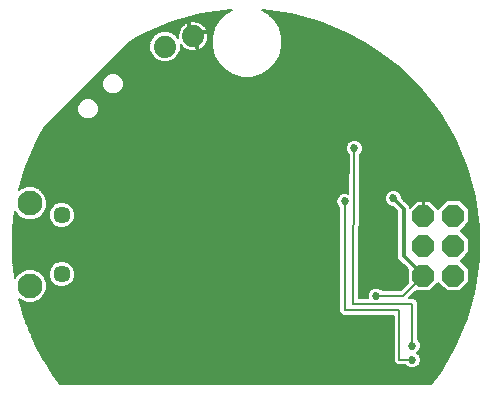
<source format=gbl>
G75*
%MOIN*%
%OFA0B0*%
%FSLAX25Y25*%
%IPPOS*%
%LPD*%
%AMOC8*
5,1,8,0,0,1.08239X$1,22.5*
%
%ADD10C,0.07400*%
%ADD11C,0.05709*%
%ADD12C,0.08268*%
%ADD13OC8,0.07400*%
%ADD14C,0.00600*%
%ADD15C,0.02700*%
%ADD16C,0.01200*%
%ADD17C,0.00800*%
D10*
X0057095Y0161306D03*
X0066486Y0164742D03*
D11*
X0022730Y0105144D03*
X0022730Y0085459D03*
D12*
X0012141Y0081524D03*
X0012095Y0109096D03*
D13*
X0143261Y0104976D03*
X0143261Y0094976D03*
X0143261Y0084976D03*
X0153261Y0084976D03*
X0153261Y0094976D03*
X0153261Y0104976D03*
D14*
X0022227Y0048932D02*
X0019458Y0052444D01*
X0014286Y0061193D01*
X0010328Y0070553D01*
X0008522Y0077176D01*
X0008950Y0076748D01*
X0011020Y0075890D01*
X0013262Y0075890D01*
X0015332Y0076748D01*
X0016917Y0078333D01*
X0017775Y0080404D01*
X0017775Y0082645D01*
X0016917Y0084716D01*
X0015332Y0086300D01*
X0013262Y0087158D01*
X0011020Y0087158D01*
X0008950Y0086300D01*
X0007365Y0084716D01*
X0007145Y0084184D01*
X0006312Y0090432D01*
X0006326Y0100594D01*
X0007115Y0106396D01*
X0007319Y0105904D01*
X0008904Y0104319D01*
X0010974Y0103462D01*
X0013216Y0103462D01*
X0015286Y0104319D01*
X0016871Y0105904D01*
X0017729Y0107975D01*
X0017729Y0110216D01*
X0016871Y0112287D01*
X0015286Y0113872D01*
X0013216Y0114729D01*
X0010974Y0114729D01*
X0008904Y0113872D01*
X0008457Y0113424D01*
X0010396Y0120462D01*
X0014380Y0129811D01*
X0016725Y0134072D01*
X0045860Y0163207D01*
X0050071Y0165547D01*
X0059316Y0169519D01*
X0069012Y0172208D01*
X0078982Y0173565D01*
X0079499Y0173565D01*
X0077174Y0172223D01*
X0074977Y0170026D01*
X0073424Y0167335D01*
X0072620Y0164334D01*
X0072620Y0161227D01*
X0073424Y0158226D01*
X0074977Y0155535D01*
X0077174Y0153338D01*
X0079865Y0151784D01*
X0082866Y0150980D01*
X0085973Y0150980D01*
X0088974Y0151784D01*
X0091665Y0153338D01*
X0093862Y0155535D01*
X0095415Y0158226D01*
X0096220Y0161227D01*
X0096220Y0164334D01*
X0095415Y0167335D01*
X0093862Y0170026D01*
X0091665Y0172223D01*
X0089431Y0173512D01*
X0099014Y0172208D01*
X0108710Y0169519D01*
X0117955Y0165547D01*
X0121691Y0163471D01*
X0121692Y0163468D01*
X0122385Y0163084D01*
X0123064Y0162676D01*
X0123067Y0162677D01*
X0126798Y0160444D01*
X0134992Y0154352D01*
X0142305Y0147228D01*
X0148609Y0139196D01*
X0153791Y0130399D01*
X0157760Y0120991D01*
X0160445Y0111141D01*
X0161800Y0101021D01*
X0161800Y0090811D01*
X0160445Y0080691D01*
X0157760Y0070840D01*
X0153791Y0061433D01*
X0148609Y0052636D01*
X0145744Y0048986D01*
X0022227Y0048932D01*
X0022225Y0048935D02*
X0028674Y0048935D01*
X0021753Y0049534D02*
X0146174Y0049534D01*
X0146644Y0050132D02*
X0021281Y0050132D01*
X0020809Y0050731D02*
X0147114Y0050731D01*
X0147583Y0051329D02*
X0020337Y0051329D01*
X0019865Y0051928D02*
X0148053Y0051928D01*
X0148523Y0052526D02*
X0019409Y0052526D01*
X0019056Y0053125D02*
X0148897Y0053125D01*
X0149249Y0053723D02*
X0018702Y0053723D01*
X0018348Y0054322D02*
X0138397Y0054322D01*
X0137910Y0054524D02*
X0138958Y0054090D01*
X0140092Y0054090D01*
X0141139Y0054524D01*
X0141941Y0055325D01*
X0142375Y0056373D01*
X0142375Y0057507D01*
X0141941Y0058554D01*
X0141193Y0059302D01*
X0141941Y0060050D01*
X0142375Y0061097D01*
X0142375Y0062231D01*
X0141941Y0063278D01*
X0141425Y0063795D01*
X0141425Y0076231D01*
X0140312Y0077344D01*
X0138316Y0077344D01*
X0140928Y0079956D01*
X0141107Y0079776D01*
X0145415Y0079776D01*
X0148261Y0082622D01*
X0151107Y0079776D01*
X0155415Y0079776D01*
X0158461Y0082822D01*
X0158461Y0087130D01*
X0155615Y0089976D01*
X0158461Y0092822D01*
X0158461Y0097130D01*
X0155615Y0099976D01*
X0158461Y0102822D01*
X0158461Y0107130D01*
X0155415Y0110176D01*
X0151107Y0110176D01*
X0148120Y0107189D01*
X0145332Y0109976D01*
X0143561Y0109976D01*
X0143561Y0105276D01*
X0142961Y0105276D01*
X0142961Y0109976D01*
X0141190Y0109976D01*
X0138771Y0107557D01*
X0138771Y0108105D01*
X0137540Y0109335D01*
X0136076Y0110800D01*
X0136076Y0111247D01*
X0135642Y0112294D01*
X0134840Y0113096D01*
X0133793Y0113530D01*
X0132659Y0113530D01*
X0131611Y0113096D01*
X0130810Y0112294D01*
X0130376Y0111247D01*
X0130376Y0110113D01*
X0130810Y0109065D01*
X0131611Y0108264D01*
X0132659Y0107830D01*
X0133106Y0107830D01*
X0134571Y0106365D01*
X0134571Y0090617D01*
X0138061Y0087126D01*
X0138061Y0082822D01*
X0138241Y0082643D01*
X0135626Y0080028D01*
X0129646Y0080028D01*
X0129130Y0080544D01*
X0128082Y0080978D01*
X0126948Y0080978D01*
X0125901Y0080544D01*
X0125099Y0079742D01*
X0124665Y0078694D01*
X0124665Y0077561D01*
X0124755Y0077344D01*
X0121754Y0077344D01*
X0122117Y0125265D01*
X0122650Y0125798D01*
X0123084Y0126845D01*
X0123084Y0127979D01*
X0122650Y0129026D01*
X0121848Y0129828D01*
X0120800Y0130262D01*
X0119667Y0130262D01*
X0118619Y0129828D01*
X0117817Y0129026D01*
X0117384Y0127979D01*
X0117384Y0126845D01*
X0117817Y0125798D01*
X0118317Y0125298D01*
X0118219Y0112310D01*
X0117651Y0112546D01*
X0116517Y0112546D01*
X0115470Y0112112D01*
X0114668Y0111310D01*
X0114234Y0110262D01*
X0114234Y0109129D01*
X0114668Y0108081D01*
X0115184Y0107565D01*
X0115184Y0072688D01*
X0116297Y0071575D01*
X0133294Y0071575D01*
X0133294Y0056153D01*
X0134407Y0055040D01*
X0137394Y0055040D01*
X0137910Y0054524D01*
X0137514Y0054920D02*
X0017994Y0054920D01*
X0017641Y0055519D02*
X0133928Y0055519D01*
X0133329Y0056117D02*
X0017287Y0056117D01*
X0016933Y0056716D02*
X0133294Y0056716D01*
X0133294Y0057314D02*
X0016579Y0057314D01*
X0016225Y0057913D02*
X0133294Y0057913D01*
X0133294Y0058511D02*
X0015872Y0058511D01*
X0015518Y0059110D02*
X0133294Y0059110D01*
X0133294Y0059708D02*
X0015164Y0059708D01*
X0014810Y0060307D02*
X0133294Y0060307D01*
X0133294Y0060905D02*
X0014456Y0060905D01*
X0014155Y0061504D02*
X0133294Y0061504D01*
X0133294Y0062102D02*
X0013902Y0062102D01*
X0013649Y0062701D02*
X0133294Y0062701D01*
X0133294Y0063300D02*
X0013396Y0063300D01*
X0013143Y0063898D02*
X0133294Y0063898D01*
X0133294Y0064497D02*
X0012889Y0064497D01*
X0012636Y0065095D02*
X0133294Y0065095D01*
X0133294Y0065694D02*
X0012383Y0065694D01*
X0012130Y0066292D02*
X0133294Y0066292D01*
X0133294Y0066891D02*
X0011877Y0066891D01*
X0011624Y0067489D02*
X0133294Y0067489D01*
X0133294Y0068088D02*
X0011371Y0068088D01*
X0011118Y0068686D02*
X0133294Y0068686D01*
X0133294Y0069285D02*
X0010865Y0069285D01*
X0010612Y0069883D02*
X0133294Y0069883D01*
X0133294Y0070482D02*
X0010359Y0070482D01*
X0010185Y0071080D02*
X0133294Y0071080D01*
X0141425Y0071080D02*
X0157825Y0071080D01*
X0157988Y0071679D02*
X0141425Y0071679D01*
X0141425Y0072277D02*
X0158152Y0072277D01*
X0158315Y0072876D02*
X0141425Y0072876D01*
X0141425Y0073474D02*
X0158478Y0073474D01*
X0158641Y0074073D02*
X0141425Y0074073D01*
X0141425Y0074671D02*
X0158804Y0074671D01*
X0158967Y0075270D02*
X0141425Y0075270D01*
X0141425Y0075868D02*
X0159131Y0075868D01*
X0159294Y0076467D02*
X0141189Y0076467D01*
X0140590Y0077065D02*
X0159457Y0077065D01*
X0159620Y0077664D02*
X0138636Y0077664D01*
X0139234Y0078262D02*
X0159783Y0078262D01*
X0159946Y0078861D02*
X0139833Y0078861D01*
X0140431Y0079459D02*
X0160110Y0079459D01*
X0160273Y0080058D02*
X0155697Y0080058D01*
X0156295Y0080656D02*
X0160436Y0080656D01*
X0160521Y0081255D02*
X0156894Y0081255D01*
X0157492Y0081853D02*
X0160601Y0081853D01*
X0160681Y0082452D02*
X0158091Y0082452D01*
X0158461Y0083050D02*
X0160761Y0083050D01*
X0160841Y0083649D02*
X0158461Y0083649D01*
X0158461Y0084247D02*
X0160922Y0084247D01*
X0161002Y0084846D02*
X0158461Y0084846D01*
X0158461Y0085444D02*
X0161082Y0085444D01*
X0161162Y0086043D02*
X0158461Y0086043D01*
X0158461Y0086641D02*
X0161242Y0086641D01*
X0161322Y0087240D02*
X0158352Y0087240D01*
X0157753Y0087838D02*
X0161402Y0087838D01*
X0161482Y0088437D02*
X0157155Y0088437D01*
X0156556Y0089036D02*
X0161563Y0089036D01*
X0161643Y0089634D02*
X0155958Y0089634D01*
X0155871Y0090233D02*
X0161723Y0090233D01*
X0161800Y0090831D02*
X0156470Y0090831D01*
X0157069Y0091430D02*
X0161800Y0091430D01*
X0161800Y0092028D02*
X0157667Y0092028D01*
X0158266Y0092627D02*
X0161800Y0092627D01*
X0161800Y0093225D02*
X0158461Y0093225D01*
X0158461Y0093824D02*
X0161800Y0093824D01*
X0161800Y0094422D02*
X0158461Y0094422D01*
X0158461Y0095021D02*
X0161800Y0095021D01*
X0161800Y0095619D02*
X0158461Y0095619D01*
X0158461Y0096218D02*
X0161800Y0096218D01*
X0161800Y0096816D02*
X0158461Y0096816D01*
X0158177Y0097415D02*
X0161800Y0097415D01*
X0161800Y0098013D02*
X0157578Y0098013D01*
X0156980Y0098612D02*
X0161800Y0098612D01*
X0161800Y0099210D02*
X0156381Y0099210D01*
X0155783Y0099809D02*
X0161800Y0099809D01*
X0161800Y0100407D02*
X0156046Y0100407D01*
X0156645Y0101006D02*
X0161800Y0101006D01*
X0161722Y0101604D02*
X0157243Y0101604D01*
X0157842Y0102203D02*
X0161642Y0102203D01*
X0161562Y0102801D02*
X0158440Y0102801D01*
X0158461Y0103400D02*
X0161482Y0103400D01*
X0161402Y0103998D02*
X0158461Y0103998D01*
X0158461Y0104597D02*
X0161322Y0104597D01*
X0161241Y0105195D02*
X0158461Y0105195D01*
X0158461Y0105794D02*
X0161161Y0105794D01*
X0161081Y0106392D02*
X0158461Y0106392D01*
X0158461Y0106991D02*
X0161001Y0106991D01*
X0160921Y0107589D02*
X0158002Y0107589D01*
X0157404Y0108188D02*
X0160841Y0108188D01*
X0160761Y0108786D02*
X0156805Y0108786D01*
X0156207Y0109385D02*
X0160681Y0109385D01*
X0160600Y0109983D02*
X0155608Y0109983D01*
X0159945Y0112976D02*
X0134960Y0112976D01*
X0135559Y0112377D02*
X0160108Y0112377D01*
X0160271Y0111779D02*
X0135855Y0111779D01*
X0136076Y0111180D02*
X0160435Y0111180D01*
X0160520Y0110582D02*
X0136293Y0110582D01*
X0136892Y0109983D02*
X0150915Y0109983D01*
X0150316Y0109385D02*
X0145924Y0109385D01*
X0146522Y0108786D02*
X0149718Y0108786D01*
X0149119Y0108188D02*
X0147121Y0108188D01*
X0147719Y0107589D02*
X0148521Y0107589D01*
X0143561Y0107589D02*
X0142961Y0107589D01*
X0142961Y0106991D02*
X0143561Y0106991D01*
X0143561Y0106392D02*
X0142961Y0106392D01*
X0142961Y0105794D02*
X0143561Y0105794D01*
X0143561Y0108188D02*
X0142961Y0108188D01*
X0142961Y0108786D02*
X0143561Y0108786D01*
X0143561Y0109385D02*
X0142961Y0109385D01*
X0140599Y0109385D02*
X0137490Y0109385D01*
X0138089Y0108786D02*
X0140000Y0108786D01*
X0139402Y0108188D02*
X0138687Y0108188D01*
X0138771Y0107589D02*
X0138803Y0107589D01*
X0134543Y0106392D02*
X0121974Y0106392D01*
X0121970Y0105794D02*
X0134571Y0105794D01*
X0134571Y0105195D02*
X0121965Y0105195D01*
X0121961Y0104597D02*
X0134571Y0104597D01*
X0134571Y0103998D02*
X0121956Y0103998D01*
X0121952Y0103400D02*
X0134571Y0103400D01*
X0134571Y0102801D02*
X0121947Y0102801D01*
X0121943Y0102203D02*
X0134571Y0102203D01*
X0134571Y0101604D02*
X0121938Y0101604D01*
X0121934Y0101006D02*
X0134571Y0101006D01*
X0134571Y0100407D02*
X0121929Y0100407D01*
X0121924Y0099809D02*
X0134571Y0099809D01*
X0134571Y0099210D02*
X0121920Y0099210D01*
X0121915Y0098612D02*
X0134571Y0098612D01*
X0134571Y0098013D02*
X0121911Y0098013D01*
X0121906Y0097415D02*
X0134571Y0097415D01*
X0134571Y0096816D02*
X0121902Y0096816D01*
X0121897Y0096218D02*
X0134571Y0096218D01*
X0134571Y0095619D02*
X0121893Y0095619D01*
X0121888Y0095021D02*
X0134571Y0095021D01*
X0134571Y0094422D02*
X0121884Y0094422D01*
X0121879Y0093824D02*
X0134571Y0093824D01*
X0134571Y0093225D02*
X0121875Y0093225D01*
X0121870Y0092627D02*
X0134571Y0092627D01*
X0134571Y0092028D02*
X0121866Y0092028D01*
X0121861Y0091430D02*
X0134571Y0091430D01*
X0134571Y0090831D02*
X0121856Y0090831D01*
X0121852Y0090233D02*
X0134955Y0090233D01*
X0135554Y0089634D02*
X0121847Y0089634D01*
X0121843Y0089036D02*
X0136152Y0089036D01*
X0136751Y0088437D02*
X0121838Y0088437D01*
X0121834Y0087838D02*
X0137349Y0087838D01*
X0137948Y0087240D02*
X0121829Y0087240D01*
X0121825Y0086641D02*
X0138061Y0086641D01*
X0138061Y0086043D02*
X0121820Y0086043D01*
X0121816Y0085444D02*
X0138061Y0085444D01*
X0138061Y0084846D02*
X0121811Y0084846D01*
X0121807Y0084247D02*
X0138061Y0084247D01*
X0138061Y0083649D02*
X0121802Y0083649D01*
X0121798Y0083050D02*
X0138061Y0083050D01*
X0138050Y0082452D02*
X0121793Y0082452D01*
X0121788Y0081853D02*
X0137451Y0081853D01*
X0136853Y0081255D02*
X0121784Y0081255D01*
X0121779Y0080656D02*
X0126173Y0080656D01*
X0125415Y0080058D02*
X0121775Y0080058D01*
X0121770Y0079459D02*
X0124982Y0079459D01*
X0124734Y0078861D02*
X0121766Y0078861D01*
X0121761Y0078262D02*
X0124665Y0078262D01*
X0124665Y0077664D02*
X0121757Y0077664D01*
X0115184Y0077664D02*
X0016248Y0077664D01*
X0016847Y0078262D02*
X0115184Y0078262D01*
X0115184Y0078861D02*
X0017136Y0078861D01*
X0017384Y0079459D02*
X0115184Y0079459D01*
X0115184Y0080058D02*
X0017632Y0080058D01*
X0017775Y0080656D02*
X0115184Y0080656D01*
X0115184Y0081255D02*
X0023960Y0081255D01*
X0023596Y0081104D02*
X0025197Y0081767D01*
X0026422Y0082992D01*
X0027084Y0084592D01*
X0027084Y0086325D01*
X0026422Y0087925D01*
X0025197Y0089150D01*
X0023596Y0089813D01*
X0021864Y0089813D01*
X0020264Y0089150D01*
X0019039Y0087925D01*
X0018376Y0086325D01*
X0018376Y0084592D01*
X0019039Y0082992D01*
X0020264Y0081767D01*
X0021864Y0081104D01*
X0023596Y0081104D01*
X0025283Y0081853D02*
X0115184Y0081853D01*
X0115184Y0082452D02*
X0025881Y0082452D01*
X0026446Y0083050D02*
X0115184Y0083050D01*
X0115184Y0083649D02*
X0026694Y0083649D01*
X0026941Y0084247D02*
X0115184Y0084247D01*
X0115184Y0084846D02*
X0027084Y0084846D01*
X0027084Y0085444D02*
X0115184Y0085444D01*
X0115184Y0086043D02*
X0027084Y0086043D01*
X0026953Y0086641D02*
X0115184Y0086641D01*
X0115184Y0087240D02*
X0026705Y0087240D01*
X0026457Y0087838D02*
X0115184Y0087838D01*
X0115184Y0088437D02*
X0025910Y0088437D01*
X0025311Y0089036D02*
X0115184Y0089036D01*
X0115184Y0089634D02*
X0024028Y0089634D01*
X0021432Y0089634D02*
X0006418Y0089634D01*
X0006339Y0090233D02*
X0115184Y0090233D01*
X0115184Y0090831D02*
X0006313Y0090831D01*
X0006314Y0091430D02*
X0115184Y0091430D01*
X0115184Y0092028D02*
X0006314Y0092028D01*
X0006315Y0092627D02*
X0115184Y0092627D01*
X0115184Y0093225D02*
X0006316Y0093225D01*
X0006317Y0093824D02*
X0115184Y0093824D01*
X0115184Y0094422D02*
X0006318Y0094422D01*
X0006318Y0095021D02*
X0115184Y0095021D01*
X0115184Y0095619D02*
X0006319Y0095619D01*
X0006320Y0096218D02*
X0115184Y0096218D01*
X0115184Y0096816D02*
X0006321Y0096816D01*
X0006322Y0097415D02*
X0115184Y0097415D01*
X0115184Y0098013D02*
X0006323Y0098013D01*
X0006323Y0098612D02*
X0115184Y0098612D01*
X0115184Y0099210D02*
X0006324Y0099210D01*
X0006325Y0099809D02*
X0115184Y0099809D01*
X0115184Y0100407D02*
X0006326Y0100407D01*
X0006382Y0101006D02*
X0021341Y0101006D01*
X0021864Y0100789D02*
X0023596Y0100789D01*
X0025197Y0101452D01*
X0026422Y0102677D01*
X0027084Y0104277D01*
X0027084Y0106010D01*
X0026422Y0107610D01*
X0025197Y0108835D01*
X0023596Y0109498D01*
X0021864Y0109498D01*
X0020264Y0108835D01*
X0019039Y0107610D01*
X0018376Y0106010D01*
X0018376Y0104277D01*
X0019039Y0102677D01*
X0020264Y0101452D01*
X0021864Y0100789D01*
X0020112Y0101604D02*
X0006463Y0101604D01*
X0006545Y0102203D02*
X0019513Y0102203D01*
X0018987Y0102801D02*
X0006626Y0102801D01*
X0006708Y0103400D02*
X0018739Y0103400D01*
X0018491Y0103998D02*
X0014511Y0103998D01*
X0015564Y0104597D02*
X0018376Y0104597D01*
X0018376Y0105195D02*
X0016162Y0105195D01*
X0016761Y0105794D02*
X0018376Y0105794D01*
X0018534Y0106392D02*
X0017073Y0106392D01*
X0017321Y0106991D02*
X0018782Y0106991D01*
X0019030Y0107589D02*
X0017569Y0107589D01*
X0017729Y0108188D02*
X0019616Y0108188D01*
X0020215Y0108786D02*
X0017729Y0108786D01*
X0017729Y0109385D02*
X0021591Y0109385D01*
X0023869Y0109385D02*
X0114234Y0109385D01*
X0114234Y0109983D02*
X0017729Y0109983D01*
X0017577Y0110582D02*
X0114366Y0110582D01*
X0114614Y0111180D02*
X0017329Y0111180D01*
X0017082Y0111779D02*
X0115137Y0111779D01*
X0116111Y0112377D02*
X0016781Y0112377D01*
X0016182Y0112976D02*
X0118224Y0112976D01*
X0118229Y0113574D02*
X0015584Y0113574D01*
X0014559Y0114173D02*
X0118233Y0114173D01*
X0118238Y0114771D02*
X0008828Y0114771D01*
X0008663Y0114173D02*
X0009631Y0114173D01*
X0008607Y0113574D02*
X0008498Y0113574D01*
X0008993Y0115370D02*
X0118242Y0115370D01*
X0118247Y0115969D02*
X0009158Y0115969D01*
X0009323Y0116567D02*
X0118251Y0116567D01*
X0118256Y0117166D02*
X0009488Y0117166D01*
X0009653Y0117764D02*
X0118260Y0117764D01*
X0118265Y0118363D02*
X0009818Y0118363D01*
X0009983Y0118961D02*
X0118269Y0118961D01*
X0118274Y0119560D02*
X0010148Y0119560D01*
X0010313Y0120158D02*
X0118279Y0120158D01*
X0118283Y0120757D02*
X0010522Y0120757D01*
X0010777Y0121355D02*
X0118288Y0121355D01*
X0118292Y0121954D02*
X0011032Y0121954D01*
X0011287Y0122552D02*
X0118297Y0122552D01*
X0118301Y0123151D02*
X0011542Y0123151D01*
X0011797Y0123749D02*
X0118306Y0123749D01*
X0118310Y0124348D02*
X0012052Y0124348D01*
X0012307Y0124946D02*
X0118315Y0124946D01*
X0118070Y0125545D02*
X0012562Y0125545D01*
X0012817Y0126143D02*
X0117674Y0126143D01*
X0117426Y0126742D02*
X0013072Y0126742D01*
X0013327Y0127340D02*
X0117384Y0127340D01*
X0117384Y0127939D02*
X0013582Y0127939D01*
X0013837Y0128537D02*
X0117615Y0128537D01*
X0117927Y0129136D02*
X0014092Y0129136D01*
X0014347Y0129734D02*
X0118525Y0129734D01*
X0121942Y0129734D02*
X0154071Y0129734D01*
X0154324Y0129136D02*
X0122540Y0129136D01*
X0122852Y0128537D02*
X0154576Y0128537D01*
X0154829Y0127939D02*
X0123084Y0127939D01*
X0123084Y0127340D02*
X0155081Y0127340D01*
X0155334Y0126742D02*
X0123041Y0126742D01*
X0122793Y0126143D02*
X0155586Y0126143D01*
X0155839Y0125545D02*
X0122397Y0125545D01*
X0122115Y0124946D02*
X0156091Y0124946D01*
X0156344Y0124348D02*
X0122110Y0124348D01*
X0122106Y0123749D02*
X0156596Y0123749D01*
X0156849Y0123151D02*
X0122101Y0123151D01*
X0122097Y0122552D02*
X0157101Y0122552D01*
X0157354Y0121954D02*
X0122092Y0121954D01*
X0122088Y0121355D02*
X0157606Y0121355D01*
X0157824Y0120757D02*
X0122083Y0120757D01*
X0122079Y0120158D02*
X0157987Y0120158D01*
X0158150Y0119560D02*
X0122074Y0119560D01*
X0122070Y0118961D02*
X0158313Y0118961D01*
X0158477Y0118363D02*
X0122065Y0118363D01*
X0122060Y0117764D02*
X0158640Y0117764D01*
X0158803Y0117166D02*
X0122056Y0117166D01*
X0122051Y0116567D02*
X0158966Y0116567D01*
X0159129Y0115969D02*
X0122047Y0115969D01*
X0122042Y0115370D02*
X0159292Y0115370D01*
X0159456Y0114771D02*
X0122038Y0114771D01*
X0122033Y0114173D02*
X0159619Y0114173D01*
X0159782Y0113574D02*
X0122029Y0113574D01*
X0122024Y0112976D02*
X0131491Y0112976D01*
X0130893Y0112377D02*
X0122020Y0112377D01*
X0122015Y0111779D02*
X0130596Y0111779D01*
X0130376Y0111180D02*
X0122011Y0111180D01*
X0122006Y0110582D02*
X0130376Y0110582D01*
X0130429Y0109983D02*
X0122002Y0109983D01*
X0121997Y0109385D02*
X0130677Y0109385D01*
X0131089Y0108786D02*
X0121992Y0108786D01*
X0121988Y0108188D02*
X0131794Y0108188D01*
X0133346Y0107589D02*
X0121983Y0107589D01*
X0121979Y0106991D02*
X0133945Y0106991D01*
X0118220Y0112377D02*
X0118057Y0112377D01*
X0114624Y0108188D02*
X0025844Y0108188D01*
X0026430Y0107589D02*
X0115160Y0107589D01*
X0115184Y0106991D02*
X0026678Y0106991D01*
X0026926Y0106392D02*
X0115184Y0106392D01*
X0115184Y0105794D02*
X0027084Y0105794D01*
X0027084Y0105195D02*
X0115184Y0105195D01*
X0115184Y0104597D02*
X0027084Y0104597D01*
X0026969Y0103998D02*
X0115184Y0103998D01*
X0115184Y0103400D02*
X0026721Y0103400D01*
X0026473Y0102801D02*
X0115184Y0102801D01*
X0115184Y0102203D02*
X0025947Y0102203D01*
X0025349Y0101604D02*
X0115184Y0101604D01*
X0115184Y0101006D02*
X0024119Y0101006D01*
X0025245Y0108786D02*
X0114376Y0108786D01*
X0128857Y0080656D02*
X0136254Y0080656D01*
X0135656Y0080058D02*
X0129615Y0080058D01*
X0141425Y0070482D02*
X0157608Y0070482D01*
X0157356Y0069883D02*
X0141425Y0069883D01*
X0141425Y0069285D02*
X0157103Y0069285D01*
X0156851Y0068686D02*
X0141425Y0068686D01*
X0141425Y0068088D02*
X0156598Y0068088D01*
X0156346Y0067489D02*
X0141425Y0067489D01*
X0141425Y0066891D02*
X0156093Y0066891D01*
X0155841Y0066292D02*
X0141425Y0066292D01*
X0141425Y0065694D02*
X0155588Y0065694D01*
X0155336Y0065095D02*
X0141425Y0065095D01*
X0141425Y0064497D02*
X0155083Y0064497D01*
X0154831Y0063898D02*
X0141425Y0063898D01*
X0141920Y0063300D02*
X0154578Y0063300D01*
X0154326Y0062701D02*
X0142180Y0062701D01*
X0142375Y0062102D02*
X0154073Y0062102D01*
X0153821Y0061504D02*
X0142375Y0061504D01*
X0142295Y0060905D02*
X0153480Y0060905D01*
X0153127Y0060307D02*
X0142048Y0060307D01*
X0141600Y0059708D02*
X0152775Y0059708D01*
X0152422Y0059110D02*
X0141385Y0059110D01*
X0141959Y0058511D02*
X0152070Y0058511D01*
X0151717Y0057913D02*
X0142207Y0057913D01*
X0142375Y0057314D02*
X0151365Y0057314D01*
X0151012Y0056716D02*
X0142375Y0056716D01*
X0142269Y0056117D02*
X0150660Y0056117D01*
X0150307Y0055519D02*
X0142021Y0055519D01*
X0141536Y0054920D02*
X0149955Y0054920D01*
X0149602Y0054322D02*
X0140652Y0054322D01*
X0145697Y0080058D02*
X0150826Y0080058D01*
X0150227Y0080656D02*
X0146295Y0080656D01*
X0146894Y0081255D02*
X0149629Y0081255D01*
X0149030Y0081853D02*
X0147492Y0081853D01*
X0148091Y0082452D02*
X0148432Y0082452D01*
X0115184Y0077065D02*
X0015650Y0077065D01*
X0014653Y0076467D02*
X0115184Y0076467D01*
X0115184Y0075868D02*
X0008879Y0075868D01*
X0009042Y0075270D02*
X0115184Y0075270D01*
X0115184Y0074671D02*
X0009205Y0074671D01*
X0009368Y0074073D02*
X0115184Y0074073D01*
X0115184Y0073474D02*
X0009532Y0073474D01*
X0009695Y0072876D02*
X0115184Y0072876D01*
X0115595Y0072277D02*
X0009858Y0072277D01*
X0010021Y0071679D02*
X0116193Y0071679D01*
X0153819Y0130333D02*
X0014667Y0130333D01*
X0014997Y0130931D02*
X0153477Y0130931D01*
X0153125Y0131530D02*
X0015326Y0131530D01*
X0015655Y0132128D02*
X0152772Y0132128D01*
X0152420Y0132727D02*
X0015985Y0132727D01*
X0016314Y0133325D02*
X0152067Y0133325D01*
X0151714Y0133924D02*
X0016644Y0133924D01*
X0017176Y0134522D02*
X0151362Y0134522D01*
X0151009Y0135121D02*
X0017774Y0135121D01*
X0018373Y0135719D02*
X0150657Y0135719D01*
X0150304Y0136318D02*
X0018971Y0136318D01*
X0019570Y0136916D02*
X0149952Y0136916D01*
X0149599Y0137515D02*
X0033395Y0137515D01*
X0033499Y0137558D02*
X0034504Y0138563D01*
X0035048Y0139876D01*
X0035048Y0141296D01*
X0034504Y0142609D01*
X0033499Y0143614D01*
X0032187Y0144158D01*
X0030766Y0144158D01*
X0029453Y0143614D01*
X0028448Y0142609D01*
X0027904Y0141296D01*
X0027904Y0139876D01*
X0028448Y0138563D01*
X0029453Y0137558D01*
X0030766Y0137014D01*
X0032187Y0137014D01*
X0033499Y0137558D01*
X0034055Y0138113D02*
X0149247Y0138113D01*
X0148894Y0138712D02*
X0034566Y0138712D01*
X0034814Y0139310D02*
X0148519Y0139310D01*
X0148049Y0139909D02*
X0035048Y0139909D01*
X0035048Y0140507D02*
X0147580Y0140507D01*
X0147110Y0141106D02*
X0035048Y0141106D01*
X0034879Y0141705D02*
X0146640Y0141705D01*
X0146171Y0142303D02*
X0034631Y0142303D01*
X0034212Y0142902D02*
X0145701Y0142902D01*
X0145231Y0143500D02*
X0033613Y0143500D01*
X0032329Y0144099D02*
X0144761Y0144099D01*
X0144292Y0144697D02*
X0027350Y0144697D01*
X0026752Y0144099D02*
X0030623Y0144099D01*
X0029339Y0143500D02*
X0026153Y0143500D01*
X0025555Y0142902D02*
X0028741Y0142902D01*
X0028321Y0142303D02*
X0024956Y0142303D01*
X0024358Y0141705D02*
X0028073Y0141705D01*
X0027904Y0141106D02*
X0023759Y0141106D01*
X0023161Y0140507D02*
X0027904Y0140507D01*
X0027904Y0139909D02*
X0022562Y0139909D01*
X0021964Y0139310D02*
X0028138Y0139310D01*
X0028386Y0138712D02*
X0021365Y0138712D01*
X0020767Y0138113D02*
X0028898Y0138113D01*
X0029557Y0137515D02*
X0020168Y0137515D01*
X0027949Y0145296D02*
X0143822Y0145296D01*
X0143352Y0145894D02*
X0041813Y0145894D01*
X0041851Y0145910D02*
X0042856Y0146914D01*
X0043399Y0148227D01*
X0043399Y0149648D01*
X0042856Y0150961D01*
X0041851Y0151966D01*
X0040538Y0152509D01*
X0039117Y0152509D01*
X0037805Y0151966D01*
X0036800Y0150961D01*
X0036256Y0149648D01*
X0036256Y0148227D01*
X0036800Y0146914D01*
X0037805Y0145910D01*
X0039117Y0145366D01*
X0040538Y0145366D01*
X0041851Y0145910D01*
X0042434Y0146493D02*
X0142883Y0146493D01*
X0142413Y0147091D02*
X0042929Y0147091D01*
X0043177Y0147690D02*
X0141831Y0147690D01*
X0141217Y0148288D02*
X0043399Y0148288D01*
X0043399Y0148887D02*
X0140603Y0148887D01*
X0139988Y0149485D02*
X0043399Y0149485D01*
X0043219Y0150084D02*
X0139374Y0150084D01*
X0138760Y0150682D02*
X0042971Y0150682D01*
X0042536Y0151281D02*
X0081745Y0151281D01*
X0079701Y0151879D02*
X0041937Y0151879D01*
X0040614Y0152478D02*
X0078664Y0152478D01*
X0077627Y0153076D02*
X0035730Y0153076D01*
X0036328Y0153675D02*
X0076837Y0153675D01*
X0076239Y0154273D02*
X0036927Y0154273D01*
X0037525Y0154872D02*
X0075640Y0154872D01*
X0075042Y0155470D02*
X0038124Y0155470D01*
X0038722Y0156069D02*
X0074669Y0156069D01*
X0074323Y0156667D02*
X0059485Y0156667D01*
X0060040Y0156897D02*
X0061503Y0158360D01*
X0062295Y0160271D01*
X0062295Y0162004D01*
X0062672Y0161485D01*
X0063228Y0160928D01*
X0063865Y0160466D01*
X0064566Y0160109D01*
X0065315Y0159865D01*
X0066092Y0159742D01*
X0066879Y0159742D01*
X0067656Y0159865D01*
X0067919Y0159951D01*
X0066307Y0164357D01*
X0066870Y0164564D01*
X0066664Y0165127D01*
X0066101Y0164921D01*
X0064485Y0169335D01*
X0063865Y0169019D01*
X0063228Y0168556D01*
X0062672Y0168000D01*
X0062209Y0167363D01*
X0061852Y0166662D01*
X0061609Y0165913D01*
X0061486Y0165136D01*
X0061486Y0164349D01*
X0061501Y0164254D01*
X0060040Y0165714D01*
X0058129Y0166506D01*
X0056060Y0166506D01*
X0054149Y0165714D01*
X0052686Y0164251D01*
X0051895Y0162340D01*
X0051895Y0160271D01*
X0052686Y0158360D01*
X0054149Y0156897D01*
X0056060Y0156106D01*
X0058129Y0156106D01*
X0060040Y0156897D01*
X0060409Y0157266D02*
X0073978Y0157266D01*
X0073632Y0157864D02*
X0061007Y0157864D01*
X0061545Y0158463D02*
X0073360Y0158463D01*
X0073200Y0159061D02*
X0061793Y0159061D01*
X0062041Y0159660D02*
X0073039Y0159660D01*
X0072879Y0160258D02*
X0068699Y0160258D01*
X0068486Y0160150D02*
X0069106Y0160466D01*
X0069743Y0160928D01*
X0070299Y0161485D01*
X0070762Y0162122D01*
X0071119Y0162823D01*
X0071362Y0163571D01*
X0071486Y0164349D01*
X0071486Y0165136D01*
X0071362Y0165913D01*
X0071277Y0166176D01*
X0066870Y0164564D01*
X0068486Y0160150D01*
X0068446Y0160258D02*
X0067807Y0160258D01*
X0067588Y0160857D02*
X0068227Y0160857D01*
X0068008Y0161455D02*
X0067369Y0161455D01*
X0067150Y0162054D02*
X0067789Y0162054D01*
X0067570Y0162652D02*
X0066931Y0162652D01*
X0066712Y0163251D02*
X0067351Y0163251D01*
X0067132Y0163849D02*
X0066493Y0163849D01*
X0066554Y0164448D02*
X0066913Y0164448D01*
X0066694Y0165046D02*
X0068190Y0165046D01*
X0068079Y0165645D02*
X0069825Y0165645D01*
X0069715Y0166243D02*
X0073131Y0166243D01*
X0072971Y0165645D02*
X0071405Y0165645D01*
X0071486Y0165046D02*
X0072811Y0165046D01*
X0072650Y0164448D02*
X0071486Y0164448D01*
X0071406Y0163849D02*
X0072620Y0163849D01*
X0072620Y0163251D02*
X0071258Y0163251D01*
X0071032Y0162652D02*
X0072620Y0162652D01*
X0072620Y0162054D02*
X0070713Y0162054D01*
X0070270Y0161455D02*
X0072620Y0161455D01*
X0072719Y0160857D02*
X0069644Y0160857D01*
X0066664Y0165127D02*
X0071078Y0166742D01*
X0070762Y0167363D01*
X0070299Y0168000D01*
X0069743Y0168556D01*
X0069106Y0169019D01*
X0068405Y0169376D01*
X0067656Y0169619D01*
X0066879Y0169742D01*
X0066092Y0169742D01*
X0065315Y0169619D01*
X0065052Y0169534D01*
X0066664Y0165127D01*
X0066444Y0165046D02*
X0066055Y0165046D01*
X0065836Y0165645D02*
X0066475Y0165645D01*
X0066256Y0166243D02*
X0065617Y0166243D01*
X0065398Y0166842D02*
X0066037Y0166842D01*
X0065818Y0167440D02*
X0065179Y0167440D01*
X0064960Y0168039D02*
X0065599Y0168039D01*
X0065380Y0168638D02*
X0064741Y0168638D01*
X0064522Y0169236D02*
X0065160Y0169236D01*
X0064292Y0169236D02*
X0058657Y0169236D01*
X0057264Y0168638D02*
X0063340Y0168638D01*
X0062711Y0168039D02*
X0055871Y0168039D01*
X0054478Y0167440D02*
X0062266Y0167440D01*
X0061944Y0166842D02*
X0053085Y0166842D01*
X0051692Y0166243D02*
X0055427Y0166243D01*
X0054080Y0165645D02*
X0050299Y0165645D01*
X0049170Y0165046D02*
X0053481Y0165046D01*
X0052883Y0164448D02*
X0048093Y0164448D01*
X0047016Y0163849D02*
X0052520Y0163849D01*
X0052272Y0163251D02*
X0045939Y0163251D01*
X0045306Y0162652D02*
X0052024Y0162652D01*
X0051895Y0162054D02*
X0044707Y0162054D01*
X0044109Y0161455D02*
X0051895Y0161455D01*
X0051895Y0160857D02*
X0043510Y0160857D01*
X0042912Y0160258D02*
X0051900Y0160258D01*
X0052148Y0159660D02*
X0042313Y0159660D01*
X0041715Y0159061D02*
X0052396Y0159061D01*
X0052644Y0158463D02*
X0041116Y0158463D01*
X0040518Y0157864D02*
X0053182Y0157864D01*
X0053781Y0157266D02*
X0039919Y0157266D01*
X0039321Y0156667D02*
X0054704Y0156667D01*
X0062289Y0160258D02*
X0064272Y0160258D01*
X0063327Y0160857D02*
X0062295Y0160857D01*
X0062295Y0161455D02*
X0062701Y0161455D01*
X0061486Y0164448D02*
X0061306Y0164448D01*
X0061486Y0165046D02*
X0060708Y0165046D01*
X0060109Y0165645D02*
X0061566Y0165645D01*
X0061716Y0166243D02*
X0058762Y0166243D01*
X0060454Y0169835D02*
X0074867Y0169835D01*
X0074521Y0169236D02*
X0068680Y0169236D01*
X0069631Y0168638D02*
X0074176Y0168638D01*
X0073830Y0168039D02*
X0070260Y0168039D01*
X0070706Y0167440D02*
X0073485Y0167440D01*
X0073292Y0166842D02*
X0071027Y0166842D01*
X0075385Y0170433D02*
X0062612Y0170433D01*
X0064770Y0171032D02*
X0075983Y0171032D01*
X0076582Y0171630D02*
X0066928Y0171630D01*
X0069163Y0172229D02*
X0077185Y0172229D01*
X0078221Y0172827D02*
X0073561Y0172827D01*
X0077959Y0173426D02*
X0079258Y0173426D01*
X0089581Y0173426D02*
X0090068Y0173426D01*
X0090618Y0172827D02*
X0094465Y0172827D01*
X0092856Y0171032D02*
X0103256Y0171032D01*
X0101098Y0171630D02*
X0092257Y0171630D01*
X0091655Y0172229D02*
X0098863Y0172229D01*
X0094318Y0169236D02*
X0109369Y0169236D01*
X0110762Y0168638D02*
X0094663Y0168638D01*
X0095009Y0168039D02*
X0112155Y0168039D01*
X0113548Y0167440D02*
X0095354Y0167440D01*
X0095547Y0166842D02*
X0114941Y0166842D01*
X0116334Y0166243D02*
X0095708Y0166243D01*
X0095868Y0165645D02*
X0117727Y0165645D01*
X0118856Y0165046D02*
X0096029Y0165046D01*
X0096189Y0164448D02*
X0119933Y0164448D01*
X0121010Y0163849D02*
X0096220Y0163849D01*
X0096220Y0163251D02*
X0122084Y0163251D01*
X0123108Y0162652D02*
X0096220Y0162652D01*
X0096220Y0162054D02*
X0124108Y0162054D01*
X0125107Y0161455D02*
X0096220Y0161455D01*
X0096120Y0160857D02*
X0126107Y0160857D01*
X0127047Y0160258D02*
X0095960Y0160258D01*
X0095800Y0159660D02*
X0127852Y0159660D01*
X0128657Y0159061D02*
X0095639Y0159061D01*
X0095479Y0158463D02*
X0129462Y0158463D01*
X0130267Y0157864D02*
X0095207Y0157864D01*
X0094861Y0157266D02*
X0131073Y0157266D01*
X0131878Y0156667D02*
X0094516Y0156667D01*
X0094170Y0156069D02*
X0132683Y0156069D01*
X0133488Y0155470D02*
X0093797Y0155470D01*
X0093199Y0154872D02*
X0134293Y0154872D01*
X0135073Y0154273D02*
X0092600Y0154273D01*
X0092002Y0153675D02*
X0135688Y0153675D01*
X0136302Y0153076D02*
X0091212Y0153076D01*
X0090175Y0152478D02*
X0136916Y0152478D01*
X0137531Y0151879D02*
X0089138Y0151879D01*
X0087094Y0151281D02*
X0138145Y0151281D01*
X0107573Y0169835D02*
X0093972Y0169835D01*
X0093454Y0170433D02*
X0105414Y0170433D01*
X0039041Y0152478D02*
X0035131Y0152478D01*
X0034533Y0151879D02*
X0037718Y0151879D01*
X0037120Y0151281D02*
X0033934Y0151281D01*
X0033335Y0150682D02*
X0036684Y0150682D01*
X0036437Y0150084D02*
X0032737Y0150084D01*
X0032138Y0149485D02*
X0036256Y0149485D01*
X0036256Y0148887D02*
X0031540Y0148887D01*
X0030941Y0148288D02*
X0036256Y0148288D01*
X0036479Y0147690D02*
X0030343Y0147690D01*
X0029744Y0147091D02*
X0036727Y0147091D01*
X0037222Y0146493D02*
X0029146Y0146493D01*
X0028547Y0145894D02*
X0037842Y0145894D01*
X0007117Y0106392D02*
X0007115Y0106392D01*
X0007033Y0105794D02*
X0007429Y0105794D01*
X0006952Y0105195D02*
X0008028Y0105195D01*
X0008626Y0104597D02*
X0006870Y0104597D01*
X0006789Y0103998D02*
X0009679Y0103998D01*
X0006498Y0089036D02*
X0020149Y0089036D01*
X0019551Y0088437D02*
X0006578Y0088437D01*
X0006658Y0087838D02*
X0019003Y0087838D01*
X0018755Y0087240D02*
X0006737Y0087240D01*
X0006817Y0086641D02*
X0009773Y0086641D01*
X0008692Y0086043D02*
X0006897Y0086043D01*
X0006977Y0085444D02*
X0008094Y0085444D01*
X0007495Y0084846D02*
X0007056Y0084846D01*
X0007136Y0084247D02*
X0007171Y0084247D01*
X0008552Y0077065D02*
X0008633Y0077065D01*
X0008715Y0076467D02*
X0009629Y0076467D01*
X0017775Y0081255D02*
X0021500Y0081255D01*
X0020177Y0081853D02*
X0017775Y0081853D01*
X0017775Y0082452D02*
X0019579Y0082452D01*
X0019014Y0083050D02*
X0017607Y0083050D01*
X0017359Y0083649D02*
X0018767Y0083649D01*
X0018519Y0084247D02*
X0017111Y0084247D01*
X0016787Y0084846D02*
X0018376Y0084846D01*
X0018376Y0085444D02*
X0016188Y0085444D01*
X0015590Y0086043D02*
X0018376Y0086043D01*
X0018507Y0086641D02*
X0014509Y0086641D01*
D15*
X0033619Y0107727D03*
X0023777Y0115995D03*
X0055273Y0107727D03*
X0060785Y0128593D03*
X0074171Y0128593D03*
X0086769Y0128593D03*
X0086769Y0141192D03*
X0074171Y0141192D03*
X0074171Y0153790D03*
X0099367Y0153790D03*
X0099367Y0166388D03*
X0111966Y0166388D03*
X0111966Y0141192D03*
X0124564Y0141192D03*
X0120234Y0127412D03*
X0133226Y0110680D03*
X0149761Y0115995D03*
X0149761Y0128593D03*
X0117084Y0109696D03*
X0111966Y0103396D03*
X0111966Y0090798D03*
X0099367Y0090798D03*
X0086769Y0090798D03*
X0086769Y0103396D03*
X0074171Y0090798D03*
X0074171Y0078199D03*
X0074171Y0065601D03*
X0086769Y0078199D03*
X0099367Y0103396D03*
X0127515Y0078128D03*
X0139525Y0061664D03*
X0139525Y0056940D03*
X0134407Y0053790D03*
X0144643Y0071113D03*
X0113541Y0051034D03*
X0109604Y0051034D03*
X0061572Y0053003D03*
X0061572Y0065601D03*
X0061572Y0078199D03*
X0048974Y0053003D03*
X0023777Y0053003D03*
X0023777Y0065601D03*
D16*
X0133226Y0110680D02*
X0136671Y0107235D01*
X0136671Y0091487D01*
X0143068Y0085089D01*
X0143261Y0084976D01*
D17*
X0136413Y0078128D01*
X0127515Y0078128D01*
X0119840Y0075444D02*
X0139525Y0075444D01*
X0139525Y0061664D01*
X0139525Y0056940D02*
X0135194Y0056940D01*
X0135194Y0073475D01*
X0117084Y0073475D01*
X0117084Y0109696D01*
X0117015Y0109696D01*
X0120234Y0127412D02*
X0119840Y0075444D01*
M02*

</source>
